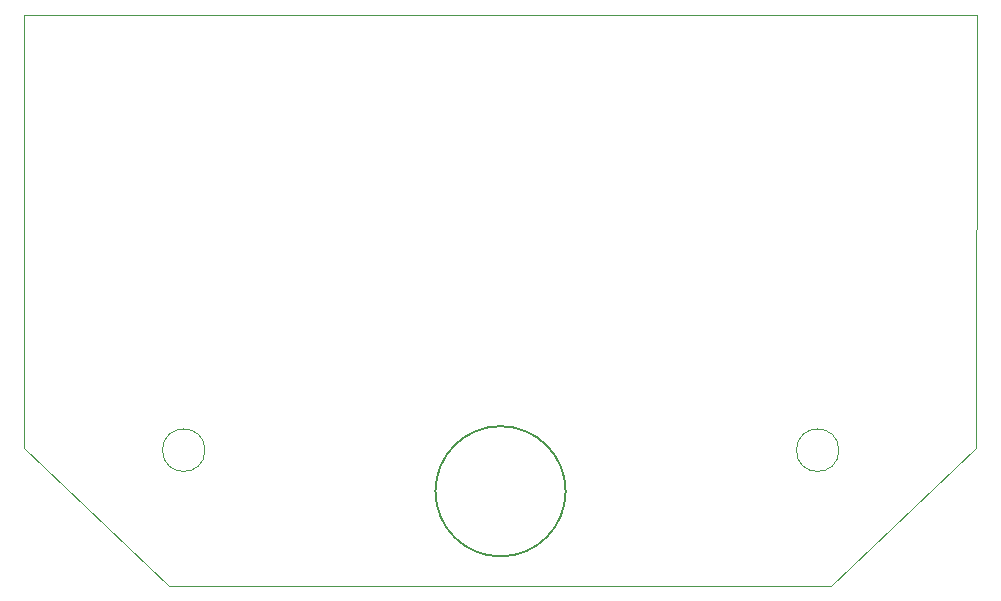
<source format=gbr>
G04 #@! TF.GenerationSoftware,KiCad,Pcbnew,5.1.5+dfsg1-2build2*
G04 #@! TF.CreationDate,2021-11-26T23:02:45+01:00*
G04 #@! TF.ProjectId,mre_addon_v2,6d72655f-6164-4646-9f6e-5f76322e6b69,V2.1*
G04 #@! TF.SameCoordinates,Original*
G04 #@! TF.FileFunction,Profile,NP*
%FSLAX46Y46*%
G04 Gerber Fmt 4.6, Leading zero omitted, Abs format (unit mm)*
G04 Created by KiCad (PCBNEW 5.1.5+dfsg1-2build2) date 2021-11-26 23:02:45*
%MOMM*%
%LPD*%
G04 APERTURE LIST*
%ADD10C,0.050000*%
%ADD11C,0.100000*%
%ADD12C,0.150000*%
G04 APERTURE END LIST*
D10*
X155625800Y-125806200D02*
X155575000Y-125806200D01*
X155600400Y-162534600D02*
X155625800Y-125806200D01*
X143332200Y-174218600D02*
X155600400Y-162534600D01*
X87249000Y-174218600D02*
X143332200Y-174218600D01*
X75006200Y-162509200D02*
X87249000Y-174218600D01*
X74980800Y-125831600D02*
X75006200Y-162509200D01*
X155575000Y-125806200D02*
X74980800Y-125831600D01*
D11*
X90293600Y-162687000D02*
G75*
G03X90293600Y-162687000I-1800000J0D01*
G01*
X143963800Y-162688609D02*
G75*
G03X143963800Y-162688609I-1800000J0D01*
G01*
D12*
X120828327Y-166166800D02*
G75*
G03X120828327Y-166166800I-5512327J0D01*
G01*
M02*

</source>
